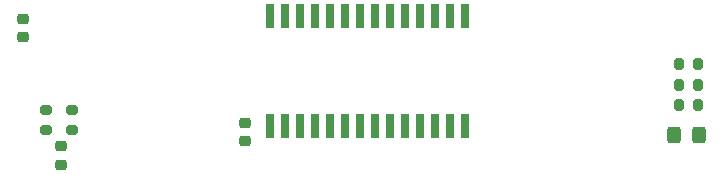
<source format=gbp>
G04 #@! TF.GenerationSoftware,KiCad,Pcbnew,7.0.8*
G04 #@! TF.CreationDate,2023-11-03T14:19:20+02:00*
G04 #@! TF.ProjectId,TinyNumberHat,54696e79-4e75-46d6-9265-724861742e6b,rev?*
G04 #@! TF.SameCoordinates,Original*
G04 #@! TF.FileFunction,Paste,Bot*
G04 #@! TF.FilePolarity,Positive*
%FSLAX46Y46*%
G04 Gerber Fmt 4.6, Leading zero omitted, Abs format (unit mm)*
G04 Created by KiCad (PCBNEW 7.0.8) date 2023-11-03 14:19:20*
%MOMM*%
%LPD*%
G01*
G04 APERTURE LIST*
G04 Aperture macros list*
%AMRoundRect*
0 Rectangle with rounded corners*
0 $1 Rounding radius*
0 $2 $3 $4 $5 $6 $7 $8 $9 X,Y pos of 4 corners*
0 Add a 4 corners polygon primitive as box body*
4,1,4,$2,$3,$4,$5,$6,$7,$8,$9,$2,$3,0*
0 Add four circle primitives for the rounded corners*
1,1,$1+$1,$2,$3*
1,1,$1+$1,$4,$5*
1,1,$1+$1,$6,$7*
1,1,$1+$1,$8,$9*
0 Add four rect primitives between the rounded corners*
20,1,$1+$1,$2,$3,$4,$5,0*
20,1,$1+$1,$4,$5,$6,$7,0*
20,1,$1+$1,$6,$7,$8,$9,0*
20,1,$1+$1,$8,$9,$2,$3,0*%
G04 Aperture macros list end*
%ADD10RoundRect,0.225000X-0.250000X0.225000X-0.250000X-0.225000X0.250000X-0.225000X0.250000X0.225000X0*%
%ADD11RoundRect,0.200000X0.200000X0.275000X-0.200000X0.275000X-0.200000X-0.275000X0.200000X-0.275000X0*%
%ADD12RoundRect,0.225000X0.250000X-0.225000X0.250000X0.225000X-0.250000X0.225000X-0.250000X-0.225000X0*%
%ADD13R,0.650000X2.100000*%
%ADD14RoundRect,0.250000X0.325000X0.450000X-0.325000X0.450000X-0.325000X-0.450000X0.325000X-0.450000X0*%
%ADD15RoundRect,0.200000X-0.275000X0.200000X-0.275000X-0.200000X0.275000X-0.200000X0.275000X0.200000X0*%
G04 APERTURE END LIST*
D10*
X123200000Y-89225000D03*
X123200000Y-90775000D03*
D11*
X161600000Y-87700000D03*
X159950000Y-87700000D03*
D12*
X104400000Y-81975000D03*
X104400000Y-80425000D03*
D11*
X161600000Y-84300000D03*
X159950000Y-84300000D03*
X161575000Y-86000000D03*
X159925000Y-86000000D03*
D13*
X125290000Y-80200000D03*
X126560000Y-80200000D03*
X127830000Y-80200000D03*
X129100000Y-80200000D03*
X130370000Y-80200000D03*
X131640000Y-80200000D03*
X132910000Y-80200000D03*
X134180000Y-80200000D03*
X135450000Y-80200000D03*
X136720000Y-80200000D03*
X137990000Y-80200000D03*
X139260000Y-80200000D03*
X140530000Y-80200000D03*
X141800000Y-80200000D03*
X141800000Y-89500000D03*
X140530000Y-89500000D03*
X139260000Y-89500000D03*
X137990000Y-89500000D03*
X136720000Y-89500000D03*
X135450000Y-89500000D03*
X134180000Y-89500000D03*
X132910000Y-89500000D03*
X131640000Y-89500000D03*
X130370000Y-89500000D03*
X129100000Y-89500000D03*
X127830000Y-89500000D03*
X126560000Y-89500000D03*
X125290000Y-89500000D03*
D14*
X161625000Y-90300000D03*
X159575000Y-90300000D03*
D10*
X107600000Y-91225000D03*
X107600000Y-92775000D03*
D15*
X108600000Y-88175000D03*
X108600000Y-89825000D03*
X106400000Y-88175000D03*
X106400000Y-89825000D03*
M02*

</source>
